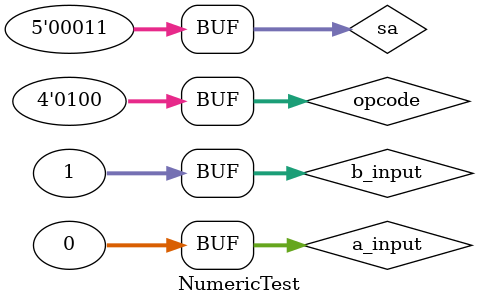
<source format=v>
`timescale 1ns / 1ps


module NumericTest;

	// Inputs
	reg [31:0] a_input;
	reg [31:0] b_input;
	reg [4:0] sa;
	reg [3:0] opcode;

	// Outputs
	wire zero;
	wire [31:0] resultado;

	// Instantiate the Unit Under Test (UUT)
	ALU uut (
		.a_input(a_input), 
		.b_input(b_input), 
		.sa(sa),
		.opcode(opcode), 
		.zero(zero), 
		.resultado(resultado)
	);

	initial begin
		// Initialize Inputs
		a_input = 0;
		b_input = 1;
		sa = 0;
		opcode = 4'b0100;

		// Wait 100 ns for global reset to finish
		#100;
      sa = 1;
		#100;
		sa = 2;
		#100;
		sa = 3;
		
		// Add stimulus here

	end
      
endmodule


</source>
